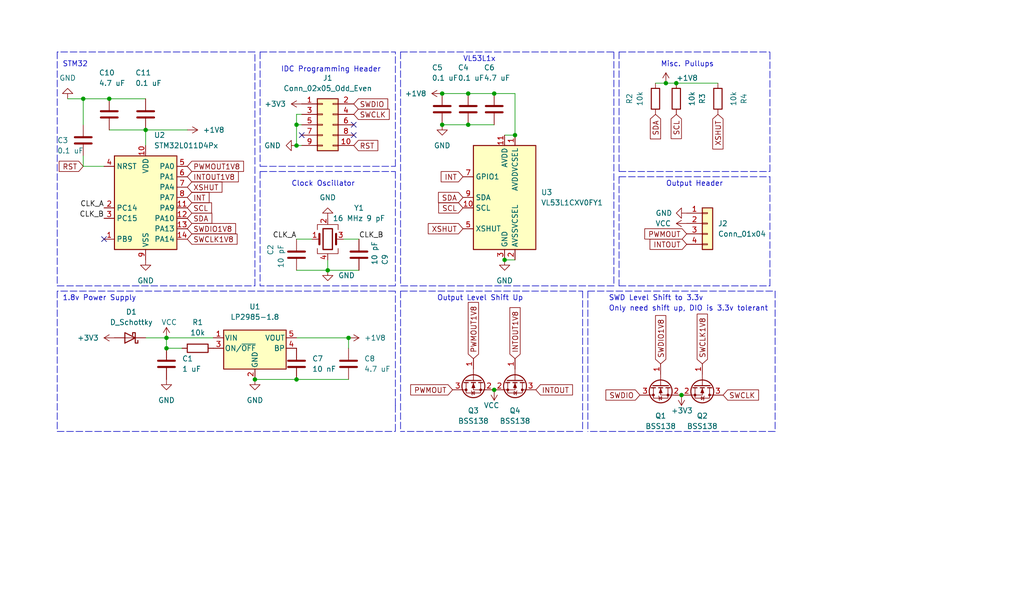
<source format=kicad_sch>
(kicad_sch (version 20211123) (generator eeschema)
  (paper "User" 250.012 150.012)
  (lib_symbols
    (symbol "Connector_Generic:Conn_01x04" (pin_names (offset 1.016) hide)
      (property "Reference" "J" (at 0 5.08 0))
      (property "Value" "Conn_01x04" (at 0 -7.62 0))
      (symbol "Conn_01x04_1_1"
        (rectangle (start -1.27 -4.953) (end 0 -5.207) (stroke (width 0.1524)))
        (rectangle (start -1.27 -2.413) (end 0 -2.667) (stroke (width 0.1524)))
        (rectangle (start -1.27 0.127) (end 0 -0.127) (stroke (width 0.1524)))
        (rectangle (start -1.27 2.667) (end 0 2.413) (stroke (width 0.1524)))
        (rectangle (start -1.27 3.81) (end 1.27 -6.35) (stroke (width 0.254)) (fill (type background)))
        (pin passive line (at -5.08 2.54 0) (length 3.81) (name "Pin_1") (number "1"))
        (pin passive line (at -5.08 0 0) (length 3.81) (name "Pin_2") (number "2"))
        (pin passive line (at -5.08 -2.54 0) (length 3.81) (name "Pin_3") (number "3"))
        (pin passive line (at -5.08 -5.08 0) (length 3.81) (name "Pin_4") (number "4"))
      )
    )
    (symbol "Connector_Generic:Conn_02x05_Odd_Even" (pin_names (offset 1.016) hide)
      (property "Reference" "J" (at 1.27 7.62 0))
      (property "Value" "Conn_02x05_Odd_Even" (at 1.27 -7.62 0))
      (symbol "Conn_02x05_Odd_Even_1_1"
        (rectangle (start -1.27 -4.953) (end 0 -5.207) (stroke (width 0.1524)))
        (rectangle (start -1.27 -2.413) (end 0 -2.667) (stroke (width 0.1524)))
        (rectangle (start -1.27 0.127) (end 0 -0.127) (stroke (width 0.1524)))
        (rectangle (start -1.27 2.667) (end 0 2.413) (stroke (width 0.1524)))
        (rectangle (start -1.27 5.207) (end 0 4.953) (stroke (width 0.1524)))
        (rectangle (start -1.27 6.35) (end 3.81 -6.35) (stroke (width 0.254)) (fill (type background)))
        (rectangle (start 3.81 -4.953) (end 2.54 -5.207) (stroke (width 0.1524)))
        (rectangle (start 3.81 -2.413) (end 2.54 -2.667) (stroke (width 0.1524)))
        (rectangle (start 3.81 0.127) (end 2.54 -0.127) (stroke (width 0.1524)))
        (rectangle (start 3.81 2.667) (end 2.54 2.413) (stroke (width 0.1524)))
        (rectangle (start 3.81 5.207) (end 2.54 4.953) (stroke (width 0.1524)))
        (pin passive line (at -5.08 5.08 0) (length 3.81) (name "Pin_1") (number "1"))
        (pin passive line (at 7.62 -5.08 180) (length 3.81) (name "Pin_10") (number "10"))
        (pin passive line (at 7.62 5.08 180) (length 3.81) (name "Pin_2") (number "2"))
        (pin passive line (at -5.08 2.54 0) (length 3.81) (name "Pin_3") (number "3"))
        (pin passive line (at 7.62 2.54 180) (length 3.81) (name "Pin_4") (number "4"))
        (pin passive line (at -5.08 0 0) (length 3.81) (name "Pin_5") (number "5"))
        (pin passive line (at 7.62 0 180) (length 3.81) (name "Pin_6") (number "6"))
        (pin passive line (at -5.08 -2.54 0) (length 3.81) (name "Pin_7") (number "7"))
        (pin passive line (at 7.62 -2.54 180) (length 3.81) (name "Pin_8") (number "8"))
        (pin passive line (at -5.08 -5.08 0) (length 3.81) (name "Pin_9") (number "9"))
      )
    )
    (symbol "Device:C" (pin_numbers hide) (pin_names (offset 0.254))
      (property "Reference" "C" (at 0.635 2.54 0))
      (property "Value" "C" (at 0.635 -2.54 0))
      (symbol "C_0_1"
        (polyline (pts (xy -2.032 -0.762) (xy 2.032 -0.762)) (stroke (width 0.508)))
        (polyline (pts (xy -2.032 0.762) (xy 2.032 0.762)) (stroke (width 0.508)))
      )
      (symbol "C_1_1"
        (pin passive line (at 0 3.81 270) (length 2.794) (name "~") (number "1"))
        (pin passive line (at 0 -3.81 90) (length 2.794) (name "~") (number "2"))
      )
    )
    (symbol "Device:Crystal_GND24" (pin_names (offset 1.016) hide)
      (property "Reference" "Y" (at 3.175 5.08 0))
      (property "Value" "Crystal_GND24" (at 3.175 3.175 0))
      (symbol "Crystal_GND24_0_1"
        (rectangle (start -1.143 2.54) (end 1.143 -2.54) (stroke (width 0.3048)))
        (polyline (pts (xy -2.54 0) (xy -2.032 0)))
        (polyline (pts (xy -2.032 -1.27) (xy -2.032 1.27)) (stroke (width 0.508)))
        (polyline (pts (xy 0 -3.81) (xy 0 -3.556)))
        (polyline (pts (xy 0 3.556) (xy 0 3.81)))
        (polyline (pts (xy 2.032 -1.27) (xy 2.032 1.27)) (stroke (width 0.508)))
        (polyline (pts (xy 2.032 0) (xy 2.54 0)))
        (polyline (pts (xy -2.54 -2.286) (xy -2.54 -3.556) (xy 2.54 -3.556) (xy 2.54 -2.286)))
        (polyline (pts (xy -2.54 2.286) (xy -2.54 3.556) (xy 2.54 3.556) (xy 2.54 2.286)))
      )
      (symbol "Crystal_GND24_1_1"
        (pin passive line (at -3.81 0 0) (length 1.27) (name "1") (number "1"))
        (pin passive line (at 0 5.08 270) (length 1.27) (name "2") (number "2"))
        (pin passive line (at 3.81 0 180) (length 1.27) (name "3") (number "3"))
        (pin passive line (at 0 -5.08 90) (length 1.27) (name "4") (number "4"))
      )
    )
    (symbol "Device:D_Schottky" (pin_numbers hide) (pin_names (offset 1.016) hide)
      (property "Reference" "D" (at 0 2.54 0))
      (property "Value" "D_Schottky" (at 0 -2.54 0))
      (symbol "D_Schottky_0_1"
        (polyline (pts (xy 1.27 0) (xy -1.27 0)))
        (polyline (pts (xy 1.27 1.27) (xy 1.27 -1.27) (xy -1.27 0) (xy 1.27 1.27)) (stroke (width 0.254)))
        (polyline (pts (xy -1.905 0.635) (xy -1.905 1.27) (xy -1.27 1.27) (xy -1.27 -1.27) (xy -0.635 -1.27) (xy -0.635 -0.635)) (stroke (width 0.254)))
      )
      (symbol "D_Schottky_1_1"
        (pin passive line (at -3.81 0 0) (length 2.54) (name "K") (number "1"))
        (pin passive line (at 3.81 0 180) (length 2.54) (name "A") (number "2"))
      )
    )
    (symbol "Device:R" (pin_numbers hide) (pin_names (offset 0))
      (property "Reference" "R" (at 2.032 0 90))
      (property "Value" "R" (at 0 0 90))
      (symbol "R_0_1"
        (rectangle (start -1.016 -2.54) (end 1.016 2.54) (stroke (width 0.254)))
      )
      (symbol "R_1_1"
        (pin passive line (at 0 3.81 270) (length 1.27) (name "~") (number "1"))
        (pin passive line (at 0 -3.81 90) (length 1.27) (name "~") (number "2"))
      )
    )
    (symbol "MCU_ST_STM32L0:STM32L011D4Px"
      (property "Reference" "U" (at -7.62 11.43 0))
      (property "Value" "STM32L011D4Px" (at 2.54 11.43 0))
      (symbol "STM32L011D4Px_0_1"
        (rectangle (start -7.62 -12.7) (end 7.62 10.16) (stroke (width 0.254)) (fill (type background)))
      )
      (symbol "STM32L011D4Px_1_1"
        (pin bidirectional line (at -10.16 -10.16 0) (length 2.54) (name "PB9") (number "1"))
        (pin power_in line (at 0 12.7 270) (length 2.54) (name "VDD") (number "10"))
        (pin bidirectional line (at 10.16 -2.54 180) (length 2.54) (name "PA9") (number "11"))
        (pin bidirectional line (at 10.16 -5.08 180) (length 2.54) (name "PA10") (number "12"))
        (pin bidirectional line (at 10.16 -7.62 180) (length 2.54) (name "PA13") (number "13"))
        (pin bidirectional line (at 10.16 -10.16 180) (length 2.54) (name "PA14") (number "14"))
        (pin bidirectional line (at -10.16 -2.54 0) (length 2.54) (name "PC14") (number "2"))
        (pin bidirectional line (at -10.16 -5.08 0) (length 2.54) (name "PC15") (number "3"))
        (pin input line (at -10.16 7.62 0) (length 2.54) (name "NRST") (number "4"))
        (pin bidirectional line (at 10.16 7.62 180) (length 2.54) (name "PA0") (number "5"))
        (pin bidirectional line (at 10.16 5.08 180) (length 2.54) (name "PA1") (number "6"))
        (pin bidirectional line (at 10.16 2.54 180) (length 2.54) (name "PA4") (number "7"))
        (pin bidirectional line (at 10.16 0 180) (length 2.54) (name "PA7") (number "8"))
        (pin power_in line (at 0 -15.24 90) (length 2.54) (name "VSS") (number "9"))
      )
    )
    (symbol "Regulator_Linear:LP2985-1.8" (pin_names (offset 0.254))
      (property "Reference" "U" (at -6.35 5.715 0))
      (property "Value" "LP2985-1.8" (at 0 5.715 0))
      (symbol "LP2985-1.8_0_1"
        (rectangle (start -7.62 -5.08) (end 7.62 4.445) (stroke (width 0.254)) (fill (type background)))
      )
      (symbol "LP2985-1.8_1_1"
        (pin power_in line (at -10.16 2.54 0) (length 2.54) (name "VIN") (number "1"))
        (pin power_in line (at 0 -7.62 90) (length 2.54) (name "GND") (number "2"))
        (pin input line (at -10.16 0 0) (length 2.54) (name "ON/~{OFF}") (number "3"))
        (pin input line (at 10.16 0 180) (length 2.54) (name "BP") (number "4"))
        (pin power_out line (at 10.16 2.54 180) (length 2.54) (name "VOUT") (number "5"))
      )
    )
    (symbol "Sensor_Distance:VL53L1CXV0FY1"
      (property "Reference" "U" (at -6.35 13.97 0))
      (property "Value" "VL53L1CXV0FY1" (at 12.065 13.97 0))
      (symbol "VL53L1CXV0FY1_0_1"
        (rectangle (start -7.62 12.7) (end 7.62 -12.7) (stroke (width 0.254)) (fill (type background)))
      )
      (symbol "VL53L1CXV0FY1_1_1"
        (pin power_in line (at 2.54 15.24 270) (length 2.54) (name "AVDDVCSEL") (number "1"))
        (pin input line (at -10.16 -2.54 0) (length 2.54) (name "SCL") (number "10"))
        (pin power_in line (at 0 15.24 270) (length 2.54) (name "AVDD") (number "11"))
        (pin passive line (at 0 -15.24 90) (length 2.54) hide (name "GND") (number "12"))
        (pin power_in line (at 2.54 -15.24 90) (length 2.54) (name "AVSSVCSEL") (number "2"))
        (pin power_in line (at 0 -15.24 90) (length 2.54) (name "GND") (number "3"))
        (pin passive line (at 0 -15.24 90) (length 2.54) hide (name "GND") (number "4"))
        (pin input line (at -10.16 -7.62 0) (length 2.54) (name "XSHUT") (number "5"))
        (pin passive line (at 0 -15.24 90) (length 2.54) hide (name "GND") (number "6"))
        (pin open_collector line (at -10.16 5.08 0) (length 2.54) (name "GPIO1") (number "7"))
        (pin no_connect line (at -7.62 7.62 0) (length 2.54) hide (name "DNC") (number "8"))
        (pin bidirectional line (at -10.16 0 0) (length 2.54) (name "SDA") (number "9"))
      )
    )
    (symbol "Transistor_FET:BSS138" (pin_names hide)
      (property "Reference" "Q" (at 5.08 1.905 0))
      (property "Value" "BSS138" (at 5.08 0 0))
      (symbol "BSS138_0_1"
        (polyline (pts (xy 0.254 0) (xy -2.54 0)))
        (polyline (pts (xy 0.254 1.905) (xy 0.254 -1.905)) (stroke (width 0.254)))
        (polyline (pts (xy 0.762 -1.27) (xy 0.762 -2.286)) (stroke (width 0.254)))
        (polyline (pts (xy 0.762 0.508) (xy 0.762 -0.508)) (stroke (width 0.254)))
        (polyline (pts (xy 0.762 2.286) (xy 0.762 1.27)) (stroke (width 0.254)))
        (polyline (pts (xy 2.54 2.54) (xy 2.54 1.778)))
        (polyline (pts (xy 2.54 -2.54) (xy 2.54 0) (xy 0.762 0)))
        (polyline (pts (xy 0.762 -1.778) (xy 3.302 -1.778) (xy 3.302 1.778) (xy 0.762 1.778)))
        (polyline (pts (xy 1.016 0) (xy 2.032 0.381) (xy 2.032 -0.381) (xy 1.016 0)) (fill (type outline)))
        (polyline (pts (xy 2.794 0.508) (xy 2.921 0.381) (xy 3.683 0.381) (xy 3.81 0.254)))
        (polyline (pts (xy 3.302 0.381) (xy 2.921 -0.254) (xy 3.683 -0.254) (xy 3.302 0.381)))
        (circle (center 1.651 0) (radius 2.794) (stroke (width 0.254)))
        (circle (center 2.54 -1.778) (radius 0.254) (fill (type outline)))
        (circle (center 2.54 1.778) (radius 0.254) (fill (type outline)))
      )
      (symbol "BSS138_1_1"
        (pin input line (at -5.08 0 0) (length 2.54) (name "G") (number "1"))
        (pin passive line (at 2.54 -5.08 90) (length 2.54) (name "S") (number "2"))
        (pin passive line (at 2.54 5.08 270) (length 2.54) (name "D") (number "3"))
      )
    )
    (symbol "power:+1V8" (power) (pin_names (offset 0))
      (property "Value" "+1V8" (at 0 3.556 0))
      (symbol "+1V8_0_1"
        (polyline (pts (xy -0.762 1.27) (xy 0 2.54)))
        (polyline (pts (xy 0 0) (xy 0 2.54)))
        (polyline (pts (xy 0 2.54) (xy 0.762 1.27)))
      )
      (symbol "+1V8_1_1"
        (pin power_in line (at 0 0 90) (length 0) hide (name "+1V8") (number "1"))
      )
    )
    (symbol "power:+3V3" (power) (pin_names (offset 0))
      (property "Value" "+3V3" (at 0 3.556 0))
      (symbol "+3V3_0_1"
        (polyline (pts (xy -0.762 1.27) (xy 0 2.54)))
        (polyline (pts (xy 0 0) (xy 0 2.54)))
        (polyline (pts (xy 0 2.54) (xy 0.762 1.27)))
      )
      (symbol "+3V3_1_1"
        (pin power_in line (at 0 0 90) (length 0) hide (name "+3V3") (number "1"))
      )
    )
    (symbol "power:GND" (power) (pin_names (offset 0))
      (property "Value" "GND" (at 0 -3.81 0))
      (symbol "GND_0_1"
        (polyline (pts (xy 0 0) (xy 0 -1.27) (xy 1.27 -1.27) (xy 0 -2.54) (xy -1.27 -1.27) (xy 0 -1.27)))
      )
      (symbol "GND_1_1"
        (pin power_in line (at 0 0 270) (length 0) hide (name "GND") (number "1"))
      )
    )
    (symbol "power:VCC" (power) (pin_names (offset 0))
      (property "Value" "VCC" (at 0 3.81 0))
      (symbol "VCC_0_1"
        (polyline (pts (xy -0.762 1.27) (xy 0 2.54)))
        (polyline (pts (xy 0 0) (xy 0 2.54)))
        (polyline (pts (xy 0 2.54) (xy 0.762 1.27)))
      )
      (symbol "VCC_1_1"
        (pin power_in line (at 0 0 90) (length 0) hide (name "VCC") (number "1"))
      )
    )
  )
  (junction (at 62.23 92.71))
  (junction (at 125.73 33.02))
  (junction (at 26.67 24.13))
  (junction (at 166.37 96.52))
  (junction (at 85.09 82.55))
  (junction (at 120.65 95.25))
  (junction (at 40.64 85.09))
  (junction (at 20.32 24.13))
  (junction (at 165.1 20.32))
  (junction (at 114.3 30.48))
  (junction (at 123.19 63.5))
  (junction (at 40.64 82.55))
  (junction (at 120.65 22.86))
  (junction (at 107.95 30.48))
  (junction (at 35.56 31.75))
  (junction (at 114.3 22.86))
  (junction (at 72.39 92.71))
  (junction (at 80.01 66.04))
  (junction (at 72.39 30.48))
  (junction (at 72.39 35.56))
  (junction (at 107.95 22.86))
  (junction (at 162.56 20.32))
  (no_connect (at 86.36 33.02))
  (no_connect (at 86.36 30.48))
  (no_connect (at 25.4 58.42))
  (no_connect (at 73.66 33.02))
  (wire (pts (xy 107.95 30.48) (xy 114.3 30.48)))
  (polyline (pts (xy 63.5 12.7) (xy 63.5 40.64)))
  (wire (pts (xy 160.02 20.32) (xy 162.56 20.32)))
  (wire (pts (xy 72.39 30.48) (xy 73.66 30.48)))
  (polyline (pts (xy 97.79 71.12) (xy 142.24 71.12)))
  (polyline (pts (xy 151.13 41.91) (xy 187.96 41.91)))
  (polyline (pts (xy 189.23 71.12) (xy 189.23 105.41)))
  (polyline (pts (xy 142.24 105.41) (xy 97.79 105.41)))
  (polyline (pts (xy 143.51 71.12) (xy 143.51 105.41)))
  (polyline (pts (xy 143.51 71.12) (xy 189.23 71.12)))
  (wire (pts (xy 16.51 24.13) (xy 20.32 24.13)))
  (wire (pts (xy 123.19 33.02) (xy 125.73 33.02)))
  (wire (pts (xy 107.95 22.86) (xy 114.3 22.86)))
  (polyline (pts (xy 13.97 69.85) (xy 62.23 69.85)))
  (wire (pts (xy 20.32 24.13) (xy 26.67 24.13)))
  (wire (pts (xy 83.82 58.42) (xy 87.63 58.42)))
  (polyline (pts (xy 151.13 43.18) (xy 187.96 43.18)))
  (wire (pts (xy 35.56 31.75) (xy 35.56 35.56)))
  (wire (pts (xy 72.39 27.94) (xy 72.39 30.48)))
  (wire (pts (xy 114.3 30.48) (xy 120.65 30.48)))
  (polyline (pts (xy 96.52 40.64) (xy 96.52 12.7)))
  (wire (pts (xy 35.56 82.55) (xy 40.64 82.55)))
  (wire (pts (xy 35.56 31.75) (xy 45.72 31.75)))
  (polyline (pts (xy 151.13 12.7) (xy 151.13 41.91)))
  (wire (pts (xy 20.32 24.13) (xy 20.32 30.48)))
  (polyline (pts (xy 151.13 12.7) (xy 187.96 12.7)))
  (polyline (pts (xy 96.52 99.06) (xy 96.52 71.12)))
  (polyline (pts (xy 187.96 69.85) (xy 187.96 43.18)))
  (wire (pts (xy 26.67 24.13) (xy 35.56 24.13)))
  (polyline (pts (xy 149.86 69.85) (xy 97.79 69.85)))
  (polyline (pts (xy 13.97 71.12) (xy 13.97 105.41)))
  (wire (pts (xy 85.09 82.55) (xy 72.39 82.55)))
  (polyline (pts (xy 151.13 43.18) (xy 151.13 69.85)))
  (wire (pts (xy 40.64 82.55) (xy 52.07 82.55)))
  (polyline (pts (xy 96.52 99.06) (xy 96.52 105.41)))
  (wire (pts (xy 125.73 33.02) (xy 125.73 22.86)))
  (polyline (pts (xy 63.5 40.64) (xy 96.52 40.64)))
  (polyline (pts (xy 142.24 71.12) (xy 142.24 105.41)))
  (wire (pts (xy 40.64 85.09) (xy 44.45 85.09)))
  (wire (pts (xy 73.66 27.94) (xy 72.39 27.94)))
  (wire (pts (xy 62.23 92.71) (xy 72.39 92.71)))
  (wire (pts (xy 80.01 66.04) (xy 87.63 66.04)))
  (polyline (pts (xy 151.13 69.85) (xy 187.96 69.85)))
  (wire (pts (xy 20.32 38.1) (xy 20.32 40.64)))
  (wire (pts (xy 114.3 22.86) (xy 120.65 22.86)))
  (wire (pts (xy 20.32 40.64) (xy 25.4 40.64)))
  (wire (pts (xy 72.39 35.56) (xy 73.66 35.56)))
  (polyline (pts (xy 13.97 105.41) (xy 96.52 105.41)))
  (polyline (pts (xy 63.5 41.91) (xy 63.5 69.85)))
  (polyline (pts (xy 96.52 69.85) (xy 63.5 69.85)))
  (polyline (pts (xy 63.5 41.91) (xy 96.52 41.91)))
  (wire (pts (xy 26.67 31.75) (xy 35.56 31.75)))
  (polyline (pts (xy 189.23 105.41) (xy 143.51 105.41)))
  (wire (pts (xy 123.19 63.5) (xy 125.73 63.5)))
  (polyline (pts (xy 62.23 69.85) (xy 62.23 12.7)))
  (wire (pts (xy 72.39 92.71) (xy 85.09 92.71)))
  (wire (pts (xy 72.39 58.42) (xy 76.2 58.42)))
  (polyline (pts (xy 96.52 41.91) (xy 96.52 69.85)))
  (polyline (pts (xy 96.52 71.12) (xy 13.97 71.12)))
  (polyline (pts (xy 97.79 12.7) (xy 149.86 12.7)))
  (wire (pts (xy 40.64 82.55) (xy 40.64 85.09)))
  (polyline (pts (xy 62.23 12.7) (xy 13.97 12.7)))
  (wire (pts (xy 162.56 20.32) (xy 165.1 20.32)))
  (wire (pts (xy 72.39 66.04) (xy 80.01 66.04)))
  (polyline (pts (xy 187.96 41.91) (xy 187.96 12.7)))
  (wire (pts (xy 125.73 22.86) (xy 120.65 22.86)))
  (polyline (pts (xy 97.79 71.12) (xy 97.79 105.41)))
  (wire (pts (xy 72.39 30.48) (xy 72.39 35.56)))
  (wire (pts (xy 80.01 66.04) (xy 80.01 63.5)))
  (polyline (pts (xy 63.5 12.7) (xy 96.52 12.7)))
  (wire (pts (xy 85.09 82.55) (xy 85.09 85.09)))
  (polyline (pts (xy 149.86 12.7) (xy 149.86 69.85)))
  (polyline (pts (xy 13.97 12.7) (xy 13.97 69.85)))
  (polyline (pts (xy 97.79 12.7) (xy 97.79 69.85)))
  (wire (pts (xy 165.1 20.32) (xy 175.26 20.32)))
  (text "1.8v Power Supply" (at 15.24 73.66 0) (effects (font (size 1.27 1.27)) (justify left bottom)))
  (text "VL53L1x" (at 113.03 15.24 0) (effects (font (size 1.27 1.27)) (justify left bottom)))
  (text "Clock Oscillator" (at 71.12 45.72 0) (effects (font (size 1.27 1.27)) (justify left bottom)))
  (text "Only need shift up, DIO is 3.3v tolerant" (at 148.59 76.2 0) (effects (font (size 1.27 1.27)) (justify left bottom)))
  (text "SWD Level Shift to 3.3v" (at 148.59 73.66 0) (effects (font (size 1.27 1.27)) (justify left bottom)))
  (text "Output Level Shift Up" (at 106.68 73.66 0) (effects (font (size 1.27 1.27)) (justify left bottom)))
  (text "STM32" (at 15.24 16.51 0) (effects (font (size 1.27 1.27)) (justify left bottom)))
  (text "Misc. Pullups" (at 161.29 16.51 0) (effects (font (size 1.27 1.27)) (justify left bottom)))
  (text "Output Header" (at 162.56 45.72 0) (effects (font (size 1.27 1.27)) (justify left bottom)))
  (text "IDC Programming Header" (at 68.58 17.78 0) (effects (font (size 1.27 1.27)) (justify left bottom)))
  (label "CLK_B" (at 25.4 53.34 180))
  (label "CLK_B" (at 87.63 58.42 0))
  (label "CLK_A" (at 25.4 50.8 180))
  (label "CLK_A" (at 72.39 58.42 180))
  (global_label "SWCLK" (shape input) (at 176.53 96.52 0) (property "Intersheet References" "${INTERSHEET_REFS}" (effects hide)))
  (global_label "SCL" (shape input) (at 45.72 50.8 0) (property "Intersheet References" "${INTERSHEET_REFS}" (effects hide)))
  (global_label "INT" (shape input) (at 113.03 43.18 180) (property "Intersheet References" "${INTERSHEET_REFS}" (effects hide)))
  (global_label "SWCLK1V8" (shape input) (at 171.45 88.9 90) (property "Intersheet References" "${INTERSHEET_REFS}" (effects hide)))
  (global_label "SWCLK1V8" (shape input) (at 45.72 58.42 0) (property "Intersheet References" "${INTERSHEET_REFS}" (effects hide)))
  (global_label "SDA" (shape input) (at 113.03 48.26 180) (property "Intersheet References" "${INTERSHEET_REFS}" (effects hide)))
  (global_label "SDA" (shape input) (at 45.72 53.34 0) (property "Intersheet References" "${INTERSHEET_REFS}" (effects hide)))
  (global_label "RST" (shape input) (at 20.32 40.64 180) (property "Intersheet References" "${INTERSHEET_REFS}" (effects hide)))
  (global_label "INTOUT1V8" (shape input) (at 45.72 43.18 0) (property "Intersheet References" "${INTERSHEET_REFS}" (effects hide)))
  (global_label "INTOUT1V8" (shape input) (at 125.73 87.63 90) (property "Intersheet References" "${INTERSHEET_REFS}" (effects hide)))
  (global_label "SWDIO1V8" (shape input) (at 161.29 88.9 90) (property "Intersheet References" "${INTERSHEET_REFS}" (effects hide)))
  (global_label "PWMOUT1V8" (shape input) (at 115.57 87.63 90) (property "Intersheet References" "${INTERSHEET_REFS}" (effects hide)))
  (global_label "SWCLK" (shape input) (at 86.36 27.94 0) (property "Intersheet References" "${INTERSHEET_REFS}" (effects hide)))
  (global_label "INTOUT" (shape input) (at 167.64 59.69 180) (property "Intersheet References" "${INTERSHEET_REFS}" (effects hide)))
  (global_label "SCL" (shape input) (at 165.1 27.94 270) (property "Intersheet References" "${INTERSHEET_REFS}" (effects hide)))
  (global_label "PWMOUT" (shape input) (at 110.49 95.25 180) (property "Intersheet References" "${INTERSHEET_REFS}" (effects hide)))
  (global_label "RST" (shape input) (at 86.36 35.56 0) (property "Intersheet References" "${INTERSHEET_REFS}" (effects hide)))
  (global_label "XSHUT" (shape input) (at 113.03 55.88 180) (property "Intersheet References" "${INTERSHEET_REFS}" (effects hide)))
  (global_label "INT" (shape input) (at 45.72 48.26 0) (property "Intersheet References" "${INTERSHEET_REFS}" (effects hide)))
  (global_label "SDA" (shape input) (at 160.02 27.94 270) (property "Intersheet References" "${INTERSHEET_REFS}" (effects hide)))
  (global_label "SWDIO" (shape input) (at 156.21 96.52 180) (property "Intersheet References" "${INTERSHEET_REFS}" (effects hide)))
  (global_label "INTOUT" (shape input) (at 130.81 95.25 0) (property "Intersheet References" "${INTERSHEET_REFS}" (effects hide)))
  (global_label "XSHUT" (shape input) (at 175.26 27.94 270) (property "Intersheet References" "${INTERSHEET_REFS}" (effects hide)))
  (global_label "SCL" (shape input) (at 113.03 50.8 180) (property "Intersheet References" "${INTERSHEET_REFS}" (effects hide)))
  (global_label "PWMOUT" (shape input) (at 167.64 57.15 180) (property "Intersheet References" "${INTERSHEET_REFS}" (effects hide)))
  (global_label "SWDIO" (shape input) (at 86.36 25.4 0) (property "Intersheet References" "${INTERSHEET_REFS}" (effects hide)))
  (global_label "XSHUT" (shape input) (at 45.72 45.72 0) (property "Intersheet References" "${INTERSHEET_REFS}" (effects hide)))
  (global_label "SWDIO1V8" (shape input) (at 45.72 55.88 0) (property "Intersheet References" "${INTERSHEET_REFS}" (effects hide)))
  (global_label "PWMOUT1V8" (shape input) (at 45.72 40.64 0) (property "Intersheet References" "${INTERSHEET_REFS}" (effects hide)))
  (symbol (lib_id "Device:C") (at 26.67 27.94 0) (unit 1)
    (property "Reference" "C10" (at 24.13 17.78 0) (effects (justify left)))
    (property "Value" "4.7 uF" (at 24.13 20.32 0) (effects (justify left)))
    (property "Footprint" "Capacitor_SMD:C_0603_1608Metric" (effects hide))
  )
  (symbol (lib_id "power:GND") (at 35.56 63.5 0) (unit 1)
    (property "Reference" "#PWR0101" (effects hide))
    (property "Value" "GND" (at 35.56 68.58 0))
  )
  (symbol (lib_id "power:+3V3") (at 166.37 96.52 180) (unit 1)
    (property "Reference" "#PWR08" (effects hide))
    (property "Value" "+3V3" (at 163.83 100.33 0) (effects (justify right)))
  )
  (symbol (lib_id "Device:R") (at 48.26 85.09 90) (unit 1)
    (property "Reference" "R1" (at 48.26 78.74 90))
    (property "Value" "10k" (at 48.26 81.28 90))
    (property "Footprint" "Resistor_SMD:R_0402_1005Metric" (effects hide))
  )
  (symbol (lib_id "Sensor_Distance:VL53L1CXV0FY1") (at 123.19 48.26 0) (unit 1)
    (property "Reference" "U3" (at 132.08 46.9899 0) (effects (justify left)))
    (property "Value" "VL53L1CXV0FY1" (at 132.08 49.5299 0) (effects (justify left)))
    (property "Footprint" "Sensor_Distance:ST_VL53L1x" (effects hide))
    (property "Datasheet" "https://www.st.com/resource/en/datasheet/vl53l1x.pdf" (effects hide))
    (property "JLCPCB_CORRECTION" "0;0;180" (effects hide))
  )
  (symbol (lib_id "Transistor_FET:BSS138") (at 161.29 93.98 90) (mirror x) (unit 1)
    (property "Reference" "Q1" (at 161.29 101.6 90))
    (property "Value" "BSS138" (at 161.29 104.14 90))
    (property "Footprint" "Package_TO_SOT_SMD:SOT-23" (effects hide))
    (property "Datasheet" "https://www.onsemi.com/pub/Collateral/BSS138-D.PDF" (effects hide))
    (property "JLCPCB_CORRECTION" "0;0;180" (effects hide))
  )
  (symbol (lib_id "Device:D_Schottky") (at 31.75 82.55 180) (unit 1)
    (property "Reference" "D1" (at 32.0675 76.2 0))
    (property "Value" "D_Schottky" (at 32.0675 78.74 0))
    (property "Footprint" "Diode_SMD:D_SOD-323F" (effects hide))
  )
  (symbol (lib_id "power:GND") (at 167.64 52.07 270) (unit 1)
    (property "Reference" "#PWR014" (effects hide))
    (property "Value" "GND" (at 160.02 52.07 90) (effects (justify left)))
  )
  (symbol (lib_id "power:VCC") (at 167.64 54.61 90) (unit 1)
    (property "Reference" "#PWR015" (effects hide))
    (property "Value" "VCC" (at 163.83 54.6099 90) (effects (justify left)))
  )
  (symbol (lib_id "Device:C") (at 72.39 88.9 0) (unit 1)
    (property "Reference" "C7" (at 76.2 87.63 0) (effects (justify left)))
    (property "Value" "10 nF" (at 76.2 90.17 0) (effects (justify left)))
    (property "Footprint" "Capacitor_SMD:C_0402_1005Metric" (effects hide))
  )
  (symbol (lib_id "power:GND") (at 80.01 66.04 0) (unit 1)
    (property "Reference" "#PWR013" (effects hide))
    (property "Value" "GND" (at 82.55 67.3099 0) (effects (justify left)))
  )
  (symbol (lib_id "Device:C") (at 72.39 62.23 180) (unit 1)
    (property "Reference" "C2" (at 66.04 59.69 90) (effects (justify left)))
    (property "Value" "10 pF" (at 68.58 59.69 90) (effects (justify left)))
    (property "Footprint" "Capacitor_SMD:C_0402_1005Metric" (effects hide))
  )
  (symbol (lib_id "power:GND") (at 72.39 35.56 270) (unit 1)
    (property "Reference" "#PWR010" (effects hide))
    (property "Value" "GND" (at 68.58 35.5599 90) (effects (justify right)))
  )
  (symbol (lib_id "power:GND") (at 107.95 30.48 0) (unit 1)
    (property "Reference" "#PWR07" (effects hide))
    (property "Value" "GND" (at 107.95 35.56 0))
  )
  (symbol (lib_id "power:+1V8") (at 45.72 31.75 270) (unit 1)
    (property "Reference" "#PWR0102" (effects hide))
    (property "Value" "+1V8" (at 49.53 31.7499 90) (effects (justify left)))
  )
  (symbol (lib_id "power:+1V8") (at 162.56 20.32 0) (unit 1)
    (property "Reference" "#PWR02" (effects hide))
    (property "Value" "+1V8" (at 165.1 19.0499 0) (effects (justify left)))
  )
  (symbol (lib_id "power:GND") (at 16.51 24.13 180) (unit 1)
    (property "Reference" "#PWR01" (effects hide))
    (property "Value" "GND" (at 16.51 19.05 0))
  )
  (symbol (lib_id "Device:C") (at 107.95 26.67 0) (unit 1)
    (property "Reference" "C5" (at 105.41 16.51 0) (effects (justify left)))
    (property "Value" "0.1 uF" (at 105.41 19.05 0) (effects (justify left)))
    (property "Footprint" "Capacitor_SMD:C_0402_1005Metric" (effects hide))
  )
  (symbol (lib_id "power:+3V3") (at 27.94 82.55 90) (unit 1)
    (property "Reference" "#PWR03" (effects hide))
    (property "Value" "+3V3" (at 24.13 82.5499 90) (effects (justify left)))
  )
  (symbol (lib_id "Transistor_FET:BSS138") (at 125.73 92.71 270) (unit 1)
    (property "Reference" "Q4" (at 125.73 100.33 90))
    (property "Value" "BSS138" (at 125.73 102.87 90))
    (property "Footprint" "Package_TO_SOT_SMD:SOT-23" (effects hide))
    (property "Datasheet" "https://www.onsemi.com/pub/Collateral/BSS138-D.PDF" (effects hide))
    (property "JLCPCB_CORRECTION" "0;0;180" (effects hide))
  )
  (symbol (lib_id "power:GND") (at 40.64 92.71 0) (unit 1)
    (property "Reference" "#PWR04" (effects hide))
    (property "Value" "GND" (at 40.64 97.79 0))
  )
  (symbol (lib_id "Device:C") (at 114.3 26.67 0) (unit 1)
    (property "Reference" "C4" (at 111.76 16.51 0) (effects (justify left)))
    (property "Value" "0.1 uF" (at 111.76 19.05 0) (effects (justify left)))
    (property "Footprint" "Capacitor_SMD:C_0402_1005Metric" (effects hide))
  )
  (symbol (lib_id "Device:Crystal_GND24") (at 80.01 58.42 0) (unit 1)
    (property "Reference" "Y1" (at 87.63 50.8 0))
    (property "Value" "16 MHz 9 pF" (at 87.63 53.34 0))
    (property "Footprint" "Crystal:Crystal_SMD_3225-4Pin_3.2x2.5mm" (effects hide))
  )
  (symbol (lib_id "Transistor_FET:BSS138") (at 115.57 92.71 90) (mirror x) (unit 1)
    (property "Reference" "Q3" (at 115.57 100.33 90))
    (property "Value" "BSS138" (at 115.57 102.87 90))
    (property "Footprint" "Package_TO_SOT_SMD:SOT-23" (effects hide))
    (property "Datasheet" "https://www.onsemi.com/pub/Collateral/BSS138-D.PDF" (effects hide))
    (property "JLCPCB_CORRECTION" "0;0;180" (effects hide))
  )
  (symbol (lib_id "power:VCC") (at 40.64 82.55 0) (unit 1)
    (property "Reference" "#PWR016" (effects hide))
    (property "Value" "VCC" (at 39.37 78.74 0) (effects (justify left)))
  )
  (symbol (lib_id "power:+3V3") (at 73.66 25.4 90) (unit 1)
    (property "Reference" "#PWR011" (effects hide))
    (property "Value" "+3V3" (at 69.85 25.3999 90) (effects (justify left)))
  )
  (symbol (lib_id "MCU_ST_STM32L0:STM32L011D4Px") (at 35.56 48.26 0) (unit 1)
    (property "Reference" "U2" (at 37.5794 33.02 0) (effects (justify left)))
    (property "Value" "STM32L011D4Px" (at 37.5794 35.56 0) (effects (justify left)))
    (property "Footprint" "Package_SO:TSSOP-14_4.4x5mm_P0.65mm" (effects hide))
    (property "Datasheet" "http://www.st.com/st-web-ui/static/active/en/resource/technical/document/datasheet/DM00206508.pdf" (effects hide))
    (property "JLCPCB_CORRECTION" "0; 0; -90" (effects hide))
  )
  (symbol (lib_id "Device:R") (at 175.26 24.13 0) (unit 1)
    (property "Reference" "R4" (at 181.61 24.13 90))
    (property "Value" "10k" (at 179.07 24.13 90))
    (property "Footprint" "Resistor_SMD:R_0402_1005Metric" (effects hide))
  )
  (symbol (lib_id "power:VCC") (at 120.65 95.25 180) (unit 1)
    (property "Reference" "#PWR0104" (effects hide))
    (property "Value" "VCC" (at 121.92 99.06 0) (effects (justify left)))
  )
  (symbol (lib_id "Device:C") (at 87.63 62.23 0) (unit 1)
    (property "Reference" "C9" (at 93.98 64.77 90) (effects (justify left)))
    (property "Value" "10 pF" (at 91.44 64.77 90) (effects (justify left)))
    (property "Footprint" "Capacitor_SMD:C_0402_1005Metric" (effects hide))
  )
  (symbol (lib_id "Device:C") (at 120.65 26.67 0) (unit 1)
    (property "Reference" "C6" (at 118.11 16.51 0) (effects (justify left)))
    (property "Value" "4.7 uF" (at 118.11 19.05 0) (effects (justify left)))
    (property "Footprint" "Capacitor_SMD:C_0603_1608Metric" (effects hide))
  )
  (symbol (lib_id "Device:R") (at 165.1 24.13 0) (unit 1)
    (property "Reference" "R3" (at 171.45 24.13 90))
    (property "Value" "10k" (at 168.91 24.13 90))
    (property "Footprint" "Resistor_SMD:R_0402_1005Metric" (effects hide))
  )
  (symbol (lib_id "power:GND") (at 80.01 53.34 180) (unit 1)
    (property "Reference" "#PWR012" (effects hide))
    (property "Value" "GND" (at 80.01 48.26 0))
  )
  (symbol (lib_id "Connector_Generic:Conn_02x05_Odd_Even") (at 78.74 30.48 0) (unit 1)
    (property "Reference" "J1" (at 80.01 19.05 0))
    (property "Value" "Conn_02x05_Odd_Even" (at 80.01 21.59 0))
    (property "Footprint" "Connector_PinHeader_1.27mm:PinHeader_2x05_P1.27mm_Vertical" (effects hide))
    (property "JLCPCB_CORRECTION" "0.6;2.6;-90" (effects hide))
  )
  (symbol (lib_id "Connector_Generic:Conn_01x04") (at 172.72 54.61 0) (unit 1)
    (property "Reference" "J2" (at 175.26 54.6099 0) (effects (justify left)))
    (property "Value" "Conn_01x04" (at 175.26 57.1499 0) (effects (justify left)))
    (property "Footprint" "Connector_PinHeader_2.54mm:PinHeader_1x04_P2.54mm_Vertical" (effects hide))
  )
  (symbol (lib_id "power:GND") (at 123.19 63.5 0) (unit 1)
    (property "Reference" "#PWR09" (effects hide))
    (property "Value" "GND" (at 123.19 68.58 0))
  )
  (symbol (lib_id "Transistor_FET:BSS138") (at 171.45 93.98 270) (unit 1)
    (property "Reference" "Q2" (at 171.45 101.6 90))
    (property "Value" "BSS138" (at 171.45 104.14 90))
    (property "Footprint" "Package_TO_SOT_SMD:SOT-23" (effects hide))
    (property "Datasheet" "https://www.onsemi.com/pub/Collateral/BSS138-D.PDF" (effects hide))
    (property "JLCPCB_CORRECTION" "0;0;180" (effects hide))
  )
  (symbol (lib_id "power:+1V8") (at 107.95 22.86 90) (unit 1)
    (property "Reference" "#PWR06" (effects hide))
    (property "Value" "+1V8" (at 104.14 22.8599 90) (effects (justify left)))
  )
  (symbol (lib_id "Device:C") (at 40.64 88.9 0) (unit 1)
    (property "Reference" "C1" (at 44.45 87.63 0) (effects (justify left)))
    (property "Value" "1 uF" (at 44.45 90.17 0) (effects (justify left)))
    (property "Footprint" "Capacitor_SMD:C_0402_1005Metric" (effects hide))
  )
  (symbol (lib_id "power:+1V8") (at 85.09 82.55 270) (unit 1)
    (property "Reference" "#PWR0103" (effects hide))
    (property "Value" "+1V8" (at 88.9 82.5499 90) (effects (justify left)))
  )
  (symbol (lib_id "Device:C") (at 20.32 34.29 0) (unit 1)
    (property "Reference" "C3" (at 13.97 34.29 0) (effects (justify left)))
    (property "Value" "0.1 uF" (at 13.97 36.83 0) (effects (justify left)))
    (property "Footprint" "Capacitor_SMD:C_0402_1005Metric" (effects hide))
  )
  (symbol (lib_id "Device:C") (at 35.56 27.94 0) (unit 1)
    (property "Reference" "C11" (at 33.02 17.78 0) (effects (justify left)))
    (property "Value" "0.1 uF" (at 33.02 20.32 0) (effects (justify left)))
    (property "Footprint" "Capacitor_SMD:C_0402_1005Metric" (effects hide))
  )
  (symbol (lib_id "Device:R") (at 160.02 24.13 180) (unit 1)
    (property "Reference" "R2" (at 153.67 24.13 90))
    (property "Value" "10k" (at 156.21 24.13 90))
    (property "Footprint" "Resistor_SMD:R_0402_1005Metric" (effects hide))
  )
  (symbol (lib_id "Device:C") (at 85.09 88.9 0) (unit 1)
    (property "Reference" "C8" (at 88.9 87.63 0) (effects (justify left)))
    (property "Value" "4.7 uF" (at 88.9 90.17 0) (effects (justify left)))
    (property "Footprint" "Capacitor_SMD:C_0603_1608Metric" (effects hide))
  )
  (symbol (lib_id "Regulator_Linear:LP2985-1.8") (at 62.23 85.09 0) (unit 1)
    (property "Reference" "U1" (at 62.23 74.93 0))
    (property "Value" "LP2985-1.8" (at 62.23 77.47 0))
    (property "Footprint" "Package_TO_SOT_SMD:SOT-23-5" (effects hide))
    (property "Datasheet" "http://www.ti.com/lit/ds/symlink/lp2985.pdf" (effects hide))
  )
  (symbol (lib_id "power:GND") (at 62.23 92.71 0) (unit 1)
    (property "Reference" "#PWR05" (effects hide))
    (property "Value" "GND" (at 62.23 97.79 0))
  )
)
</source>
